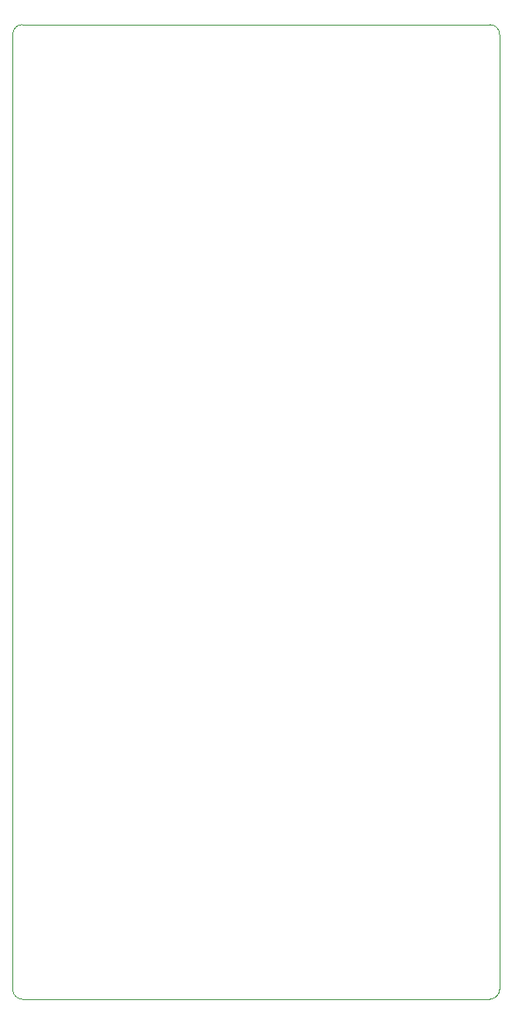
<source format=gm1>
%TF.GenerationSoftware,KiCad,Pcbnew,(6.0.2)*%
%TF.CreationDate,2022-03-15T10:04:13+02:00*%
%TF.ProjectId,C-DAO,432d4441-4f2e-46b6-9963-61645f706362,0.1*%
%TF.SameCoordinates,Original*%
%TF.FileFunction,Profile,NP*%
%FSLAX46Y46*%
G04 Gerber Fmt 4.6, Leading zero omitted, Abs format (unit mm)*
G04 Created by KiCad (PCBNEW (6.0.2)) date 2022-03-15 10:04:13*
%MOMM*%
%LPD*%
G01*
G04 APERTURE LIST*
%TA.AperFunction,Profile*%
%ADD10C,0.100000*%
%TD*%
G04 APERTURE END LIST*
D10*
X156000000Y-151000000D02*
G75*
G03*
X157000000Y-150000000I1J999999D01*
G01*
X157000000Y-52000000D02*
G75*
G03*
X156000000Y-51000000I-999999J1D01*
G01*
X108000000Y-51000000D02*
G75*
G03*
X107000000Y-52000000I-1J-999999D01*
G01*
X156000000Y-151000000D02*
X108000000Y-151000000D01*
X157000000Y-52000000D02*
X157000000Y-150000000D01*
X107000000Y-150000000D02*
G75*
G03*
X108000000Y-151000000I999999J-1D01*
G01*
X107000000Y-150000000D02*
X107000000Y-52000000D01*
X108000000Y-51000000D02*
X156000000Y-51000000D01*
M02*

</source>
